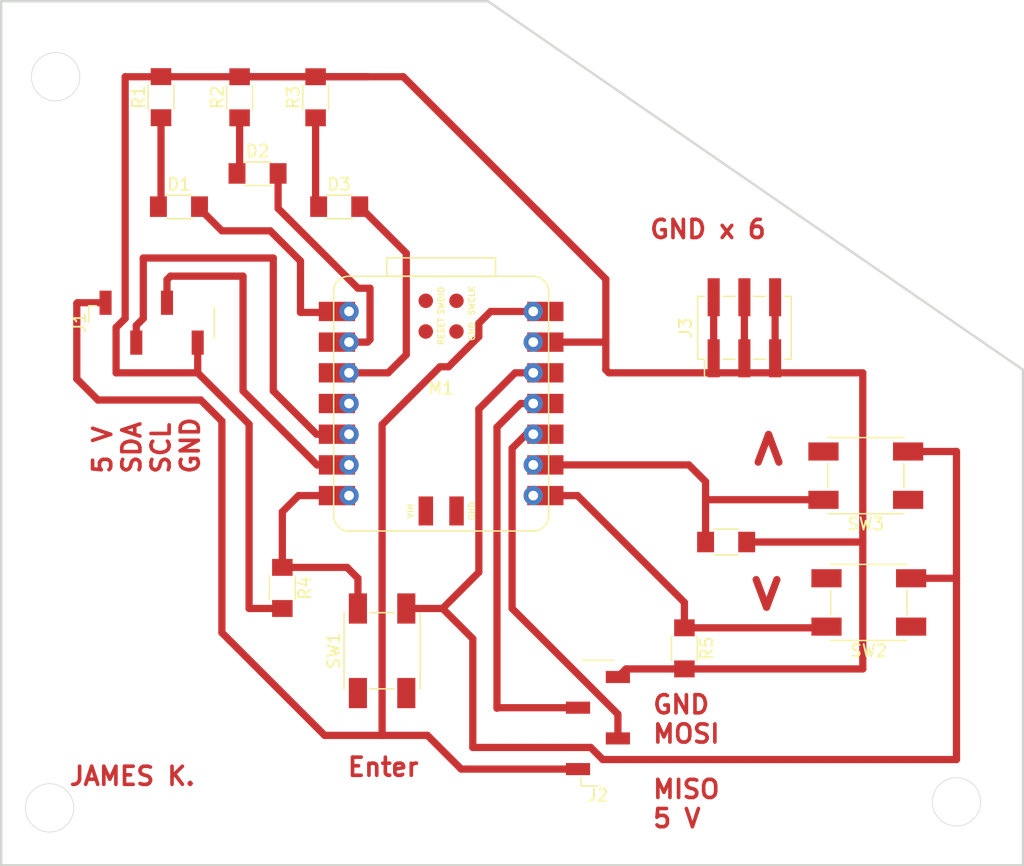
<source format=kicad_pcb>
(kicad_pcb (version 20240108) (generator "pcbnew") (generator_version "8.0")
  (layers (0 "F.Cu" signal) (31 "B.Cu" signal) (34 "B.Paste" user) (35 "F.Paste" user) (36 "B.SilkS" user "B.Silkscreen") (37 "F.SilkS" user "F.Silkscreen") (38 "B.Mask" user) (39 "F.Mask" user) (44 "Edge.Cuts" user))
  (net 0 "")
  (net 1 "Net-(D1-K)")
  (net 2 "LED1")
  (net 3 "Net-(D2-K)")
  (net 4 "LED2")
  (net 5 "Net-(D3-K)")
  (net 6 "LED3")
  (net 7 "SCL")
  (net 8 "PWR_5V")
  (net 9 "SDA")
  (net 10 "PWR_GND")
  (net 11 "MOSI")
  (net 12 "MISO")
  (net 13 "PWR_3V3")
  (net 15 "button3")
  (net 19 "button1")
  (net 21 "button2")
  (footprint "fab:LED_1206" (layer "F.Cu") (at 92.2 98)
    (property "Reference" "D2" (at 0 -1.85 0) (layer "F.SilkS"))
    (property "Value" "LED_1206")
    (fp_line (start -1.1 -0.95) (end 1.1 -0.95) (stroke (width 0.12)) (layer "F.SilkS"))
    (fp_line (start -1.1 1) (end 1.1 1) (stroke (width 0.12)) (layer "F.SilkS"))
    (pad "1" smd rect (at -1.7 0) (size 1.4 1.7) (layers "F.Cu" "F.Paste" "F.Mask") (net 3 "Net-(D2-K)"))
    (pad "2" smd rect (at 1.7 0) (size 1.4 1.7) (layers "F.Cu" "F.Paste" "F.Mask") (net 4 "LED2"))
  )
  (footprint "fab:PinSocket_1x04_P2.54mm_Vertical_SMD" (layer "F.Cu") (at 83.44 110.35 90)
    (property "Reference" "J1" (at 0 -5.969 90) (layer "F.SilkS"))
    (property "Value" "Conn_PinSocket_1x04_P2.54mm_Vertical_SMD")
    (fp_line (start 1.397 -5.207) (end 0 -5.207) (stroke (width 0.12)) (layer "F.SilkS"))
    (fp_line (start 1.397 -4.572) (end 1.397 -5.207) (stroke (width 0.12)) (layer "F.SilkS"))
    (fp_line (start -1.27 5.19) (end 1.27 5.19) (stroke (width 0.12)) (layer "F.SilkS"))
    (pad "1" smd rect (at 1.65 -3.81 90) (size 2 1) (layers "F.Cu" "F.Paste" "F.Mask") (net 8 "PWR_5V"))
    (pad "2" smd rect (at -1.65 -1.27 90) (size 2 1) (layers "F.Cu" "F.Paste" "F.Mask") (net 9 "SDA"))
    (pad "3" smd rect (at 1.65 1.27 90) (size 2 1) (layers "F.Cu" "F.Paste" "F.Mask") (net 7 "SCL"))
    (pad "4" smd rect (at -1.65 3.81 90) (size 2 1) (layers "F.Cu" "F.Paste" "F.Mask") (net 10 "PWR_GND"))
  )
  (footprint "fab:R_1206" (layer "F.Cu") (at 94.25 132.3 -90)
    (property "Reference" "R4" (at 0 -1.85 90) (layer "F.SilkS"))
    (property "Value" "R_1206-470")
    (fp_line (start 1 1.07) (end -1 1.07) (stroke (width 0.12)) (layer "F.SilkS"))
    (fp_line (start -1 -1.07) (end 1 -1.07) (stroke (width 0.12)) (layer "F.SilkS"))
    (pad "1" smd rect (at -1.7 0 270) (size 1.4 1.7) (layers "F.Cu" "F.Paste" "F.Mask") (net 19 "button1"))
    (pad "2" smd rect (at 1.7 0 270) (size 1.4 1.7) (layers "F.Cu" "F.Paste" "F.Mask") (net 10 "PWR_GND"))
  )
  (footprint "fab:R_1206" (layer "F.Cu") (at 84.215 91.69 90)
    (property "Reference" "R1" (at 0 -1.85 90) (layer "F.SilkS"))
    (property "Value" "R_1206-1K")
    (fp_line (start -1 -1.07) (end 1 -1.07) (stroke (width 0.12)) (layer "F.SilkS"))
    (fp_line (start 1 1.07) (end -1 1.07) (stroke (width 0.12)) (layer "F.SilkS"))
    (pad "1" smd rect (at -1.7 0 90) (size 1.4 1.7) (layers "F.Cu" "F.Paste" "F.Mask") (net 1 "Net-(D1-K)"))
    (pad "2" smd rect (at 1.7 0 90) (size 1.4 1.7) (layers "F.Cu" "F.Paste" "F.Mask") (net 10 "PWR_GND"))
  )
  (footprint "fab:R_1206" (layer "F.Cu") (at 130.95 128.5)
    (property "Reference" "R6" (hide yes))
    (property "Value" "R_1206-470")
    (fp_line (start -1 -1.07) (end 1 -1.07) (stroke (width 0.12)) (layer "F.SilkS"))
    (fp_line (start 1 1.07) (end -1 1.07) (stroke (width 0.12)) (layer "F.SilkS"))
    (pad "1" smd rect (at -1.7 0) (size 1.4 1.7) (layers "F.Cu" "F.Paste" "F.Mask") (net 15 "button3"))
    (pad "2" smd rect (at 1.7 0) (size 1.4 1.7) (layers "F.Cu" "F.Paste" "F.Mask") (net 10 "PWR_GND"))
  )
  (footprint "fab:LED_1206" (layer "F.Cu") (at 85.7 100.75)
    (property "Reference" "D1" (at 0 -1.85 0) (layer "F.SilkS"))
    (property "Value" "LED_1206")
    (fp_line (start -1.1 -0.95) (end 1.1 -0.95) (stroke (width 0.12)) (layer "F.SilkS"))
    (fp_line (start -1.1 1) (end 1.1 1) (stroke (width 0.12)) (layer "F.SilkS"))
    (pad "1" smd rect (at -1.7 0) (size 1.4 1.7) (layers "F.Cu" "F.Paste" "F.Mask") (net 1 "Net-(D1-K)"))
    (pad "2" smd rect (at 1.7 0) (size 1.4 1.7) (layers "F.Cu" "F.Paste" "F.Mask") (net 2 "LED1"))
  )
  (footprint "fab:PinSocket_1x04_P2.54mm_Vertical_SMD" (layer "F.Cu") (at 120.35 143.48 180)
    (property "Reference" "J2" (at 0 -5.969 0) (layer "F.SilkS"))
    (property "Value" "Conn_PinSocket_1x04_P2.54mm_Vertical_SMD")
    (fp_line (start 1.397 -4.572) (end 1.397 -5.207) (stroke (width 0.12)) (layer "F.SilkS"))
    (fp_line (start 1.397 -5.207) (end 0 -5.207) (stroke (width 0.12)) (layer "F.SilkS"))
    (fp_line (start -1.27 5.19) (end 1.27 5.19) (stroke (width 0.12)) (layer "F.SilkS"))
    (pad "1" smd rect (at 1.65 -3.81 180) (size 2 1) (layers "F.Cu" "F.Paste" "F.Mask") (net 8 "PWR_5V"))
    (pad "2" smd rect (at -1.65 -1.27 180) (size 2 1) (layers "F.Cu" "F.Paste" "F.Mask") (net 12 "MISO"))
    (pad "3" smd rect (at 1.65 1.27 180) (size 2 1) (layers "F.Cu" "F.Paste" "F.Mask") (net 11 "MOSI"))
    (pad "4" smd rect (at -1.65 3.81 180) (size 2 1) (layers "F.Cu" "F.Paste" "F.Mask") (net 10 "PWR_GND"))
  )
  (footprint "fab:R_1206" (layer "F.Cu") (at 127.5 137.3 -90)
    (property "Reference" "R5" (at 0 -1.85 90) (layer "F.SilkS"))
    (property "Value" "R_1206-470")
    (fp_line (start 1 1.07) (end -1 1.07) (stroke (width 0.12)) (layer "F.SilkS"))
    (fp_line (start -1 -1.07) (end 1 -1.07) (stroke (width 0.12)) (layer "F.SilkS"))
    (pad "1" smd rect (at -1.7 0 270) (size 1.4 1.7) (layers "F.Cu" "F.Paste" "F.Mask") (net 21 "button2"))
    (pad "2" smd rect (at 1.7 0 270) (size 1.4 1.7) (layers "F.Cu" "F.Paste" "F.Mask") (net 10 "PWR_GND"))
  )
  (footprint "fab:Button_Omron_B3SN_6.0x6.0mm" (layer "F.Cu") (at 102.5 137.5 90)
    (property "Reference" "SW1" (at 0 -4 90) (layer "F.SilkS"))
    (property "Value" "Switch_Tactile_Omron")
    (fp_line (start -3.15 -3.15) (end 3.15 -3.15) (stroke (width 0.12)) (layer "F.SilkS"))
    (fp_line (start 3.15 -1) (end 3.15 1) (stroke (width 0.12)) (layer "F.SilkS"))
    (fp_line (start -3.15 1) (end -3.15 -1) (stroke (width 0.12)) (layer "F.SilkS"))
    (fp_line (start 3.15 3.15) (end -3.15 3.15) (stroke (width 0.12)) (layer "F.SilkS"))
    (pad "1" smd rect (at -3.5 -2 90) (size 2.5 1.5) (layers "F.Cu" "F.Paste" "F.Mask") (net 19 "button1"))
    (pad "1" smd rect (at 3.5 -2 90) (size 2.5 1.5) (layers "F.Cu" "F.Paste" "F.Mask") (net 19 "button1"))
    (pad "2" smd rect (at -3.5 2 90) (size 2.5 1.5) (layers "F.Cu" "F.Paste" "F.Mask") (net 13 "PWR_3V3"))
    (pad "2" smd rect (at 3.5 2 90) (size 2.5 1.5) (layers "F.Cu" "F.Paste" "F.Mask") (net 13 "PWR_3V3"))
  )
  (footprint "fab:PinHeader_2x03_P2.54mm_Vertical_SMD" (layer "F.Cu") (at 132.46 110.775 90)
    (property "Reference" "J3" (at 0 -4.87 90) (layer "F.SilkS"))
    (property "Value" "Conn_PinHeader_2x03_P2.54mm_Vertical_SMD")
    (fp_line (start 2.6 -3.87) (end 2.6 -3.3) (stroke (width 0.12)) (layer "F.SilkS"))
    (fp_line (start -2.6 -3.87) (end 2.6 -3.87) (stroke (width 0.12)) (layer "F.SilkS"))
    (fp_line (start -2.6 -3.87) (end -2.6 -3.3) (stroke (width 0.12)) (layer "F.SilkS"))
    (fp_line (start -4.04 -3.3) (end -2.6 -3.3) (stroke (width 0.12)) (layer "F.SilkS"))
    (fp_line (start 2.6 -1.78) (end 2.6 -0.76) (stroke (width 0.12)) (layer "F.SilkS"))
    (fp_line (start -2.6 -1.78) (end -2.6 -0.76) (stroke (width 0.12)) (layer "F.SilkS"))
    (fp_line (start 2.6 0.76) (end 2.6 1.78) (stroke (width 0.12)) (layer "F.SilkS"))
    (fp_line (start -2.6 0.76) (end -2.6 1.78) (stroke (width 0.12)) (layer "F.SilkS"))
    (fp_line (start 2.6 3.3) (end 2.6 3.87) (stroke (width 0.12)) (layer "F.SilkS"))
    (fp_line (start -2.6 3.3) (end -2.6 3.87) (stroke (width 0.12)) (layer "F.SilkS"))
    (fp_line (start -2.6 3.87) (end 2.6 3.87) (stroke (width 0.12)) (layer "F.SilkS"))
    (pad "1" smd rect (at -2.525 -2.54 90) (size 3.15 1) (layers "F.Cu" "F.Paste" "F.Mask") (net 10 "PWR_GND"))
    (pad "2" smd rect (at 2.525 -2.54 90) (size 3.15 1) (layers "F.Cu" "F.Paste" "F.Mask") (net 10 "PWR_GND"))
    (pad "3" smd rect (at -2.525 0 90) (size 3.15 1) (layers "F.Cu" "F.Paste" "F.Mask") (net 10 "PWR_GND"))
    (pad "4" smd rect (at 2.525 0 90) (size 3.15 1) (layers "F.Cu" "F.Paste" "F.Mask") (net 10 "PWR_GND"))
    (pad "5" smd rect (at -2.525 2.54 90) (size 3.15 1) (layers "F.Cu" "F.Paste" "F.Mask") (net 10 "PWR_GND"))
    (pad "6" smd rect (at 2.525 2.54 90) (size 3.15 1) (layers "F.Cu" "F.Paste" "F.Mask") (net 10 "PWR_GND"))
  )
  (footprint "fab:SeeedStudio_XIAO_RP2040" (layer "F.Cu") (at 107.38 117.04)
    (property "Reference" "M1" (at 0 -1.27 0) (layer "F.SilkS"))
    (property "Value" "Module_XIAO-RP2040")
    (fp_line (start -8.8875 9.281) (end -8.8875 -9.261) (stroke (width 0.12)) (layer "F.SilkS"))
    (fp_line (start -7.6175 -10.531) (end 7.6225 -10.531) (stroke (width 0.12)) (layer "F.SilkS"))
    (fp_line (start 7.6225 10.551) (end -7.6175 10.551) (stroke (width 0.12)) (layer "F.SilkS"))
    (fp_line (start 8.8925 -9.261) (end 8.8925 9.281) (stroke (width 0.12)) (layer "F.SilkS"))
    (fp_rect (start -4.4975 -10.531) (end 4.5025 -12.055) (stroke (width 0.12)) (fill none) (layer "F.SilkS"))
    (fp_arc (start -8.8875 -9.261) (mid -8.515526 -10.159026) (end -7.6175 -10.531) (stroke (width 0.12)) (layer "F.SilkS"))
    (fp_arc (start -7.6175 10.551) (mid -8.515526 10.179026) (end -8.8875 9.281) (stroke (width 0.12)) (layer "F.SilkS"))
    (fp_arc (start 7.6225 -10.531) (mid 8.520526 -10.159026) (end 8.8925 -9.261) (stroke (width 0.12)) (layer "F.SilkS"))
    (fp_arc (start 8.8925 9.281) (mid 8.520526 10.179026) (end 7.6225 10.551) (stroke (width 0.12)) (layer "F.SilkS"))
    (fp_text user "VIN" (at -2.535 8.89 90) (layer "F.SilkS") (effects (font (size 0.5 0.5) (thickness 0.1) (bold yes))))
    (fp_text user "GND" (at 2.54 -5.96 90) (layer "F.SilkS") (effects (font (size 0.5 0.5) (thickness 0.1) (bold yes))))
    (fp_text user "SWCLK" (at 2.54 -8.5 90) (layer "F.SilkS") (effects (font (size 0.5 0.5) (thickness 0.1) (bold yes))))
    (fp_text user "SWDIO" (at 0 -8.5 90) (layer "F.SilkS") (effects (font (size 0.5 0.5) (thickness 0.1) (bold yes))))
    (fp_text user "GND" (at 2.545 8.89 90) (layer "F.SilkS") (effects (font (size 0.5 0.5) (thickness 0.1) (bold yes))))
    (fp_text user "RESET" (at 0 -5.96 90) (layer "F.SilkS") (effects (font (size 0.5 0.5) (thickness 0.1) (bold yes))))
    (pad "1" thru_hole circle (at -7.615 -7.62) (size 1.6 1.6) (drill 0.8) (layers "*.Cu" "*.Mask") (net 2 "LED1"))
    (pad "1" smd rect (at -7.615 -7.62) (size 3 1.6) (drill (offset -1 0)) (layers "F.Cu" "F.Paste" "F.Mask") (net 2 "LED1"))
    (pad "2" thru_hole circle (at -7.615 -5.08) (size 1.6 1.6) (drill 0.8) (layers "*.Cu" "*.Mask") (net 4 "LED2"))
    (pad "2" smd rect (at -7.615 -5.08) (size 3 1.6) (drill (offset -1 0)) (layers "F.Cu" "F.Paste" "F.Mask") (net 4 "LED2"))
    (pad "3" thru_hole circle (at -7.615 -2.54) (size 1.6 1.6) (drill 0.8) (layers "*.Cu" "*.Mask") (net 6 "LED3"))
    (pad "3" smd rect (at -7.615 -2.54) (size 3 1.6) (drill (offset -1 0)) (layers "F.Cu" "F.Paste" "F.Mask") (net 6 "LED3"))
    (pad "4" thru_hole circle (at -7.615 0) (size 1.6 1.6) (drill 0.8) (layers "*.Cu" "*.Mask"))
    (pad "4" smd rect (at -7.615 0) (size 3 1.6) (drill (offset -1 0)) (layers "F.Cu" "F.Paste" "F.Mask"))
    (pad "5" thru_hole circle (at -7.615 2.54) (size 1.6 1.6) (drill 0.8) (layers "*.Cu" "*.Mask") (net 9 "SDA"))
    (pad "5" smd rect (at -7.615 2.54) (size 3 1.6) (drill (offset -1 0)) (layers "F.Cu" "F.Paste" "F.Mask") (net 9 "SDA"))
    (pad "6" thru_hole circle (at -7.615 5.08) (size 1.6 1.6) (drill 0.8) (layers "*.Cu" "*.Mask") (net 7 "SCL"))
    (pad "6" smd rect (at -7.615 5.08) (size 3 1.6) (drill (offset -1 0)) (layers "F.Cu" "F.Paste" "F.Mask") (net 7 "SCL"))
    (pad "7" thru_hole circle (at -7.615 7.62) (size 1.6 1.6) (drill 0.8) (layers "*.Cu" "*.Mask") (net 19 "button1"))
    (pad "7" smd rect (at -7.615 7.62) (size 3 1.6) (drill (offset -1 0)) (layers "F.Cu" "F.Paste" "F.Mask") (net 19 "button1"))
    (pad "8" thru_hole circle (at 7.62 7.62) (size 1.6 1.6) (drill 0.8) (layers "*.Cu" "*.Mask") (net 21 "button2"))
    (pad "8" smd rect (at 7.62 7.62) (size 3 1.6) (drill (offset 1 0)) (layers "F.Cu" "F.Paste" "F.Mask") (net 21 "button2"))
    (pad "9" thru_hole circle (at 7.62 5.08) (size 1.6 1.6) (drill 0.8) (layers "*.Cu" "*.Mask") (net 15 "button3"))
    (pad "9" smd rect (at 7.62 5.08) (size 3 1.6) (drill (offset 1 0)) (layers "F.Cu" "F.Paste" "F.Mask") (net 15 "button3"))
    (pad "10" thru_hole circle (at 7.62 2.54) (size 1.6 1.6) (drill 0.8) (layers "*.Cu" "*.Mask") (net 12 "MISO"))
    (pad "10" smd rect (at 7.62 2.54) (size 3 1.6) (drill (offset 1 0)) (layers "F.Cu" "F.Paste" "F.Mask") (net 12 "MISO"))
    (pad "11" thru_hole circle (at 7.62 0) (size 1.6 1.6) (drill 0.8) (layers "*.Cu" "*.Mask") (net 11 "MOSI"))
    (pad "11" smd rect (at 7.62 0) (size 3 1.6) (drill (offset 1 0)) (layers "F.Cu" "F.Paste" "F.Mask") (net 11 "MOSI"))
    (pad "12" thru_hole circle (at 7.62 -2.54) (size 1.6 1.6) (drill 0.8) (layers "*.Cu" "*.Mask") (net 13 "PWR_3V3"))
    (pad "12" smd rect (at 7.62 -2.54) (size 3 1.6) (drill (offset 1 0)) (layers "F.Cu" "F.Paste" "F.Mask") (net 13 "PWR_3V3"))
    (pad "13" thru_hole circle (at 7.62 -5.08) (size 1.6 1.6) (drill 0.8) (layers "*.Cu" "*.Mask") (net 10 "PWR_GND"))
    (pad "13" smd rect (at 7.62 -5.08) (size 3 1.6) (drill (offset 1 0)) (layers "F.Cu" "F.Paste" "F.Mask") (net 10 "PWR_GND"))
    (pad "14" thru_hole circle (at 7.62 -7.62) (size 1.6 1.6) (drill 0.8) (layers "*.Cu" "*.Mask") (net 8 "PWR_5V"))
    (pad "14" smd rect (at 7.62 -7.62) (size 3 1.6) (drill (offset 1 0)) (layers "F.Cu" "F.Paste" "F.Mask") (net 8 "PWR_5V"))
    (pad "15" smd rect (at 1.275 8.89 270) (size 2.4 1.2) (layers "F.Cu" "F.Paste" "F.Mask"))
    (pad "16" smd rect (at -1.265 8.89 270) (size 2.4 1.2) (layers "F.Cu" "F.Paste" "F.Mask"))
    (pad "17" smd circle (at -1.27 -8.5) (size 1.2 1.2) (layers "F.Cu" "F.Paste" "F.Mask"))
    (pad "18" smd circle (at -1.27 -5.96) (size 1.2 1.2) (layers "F.Cu" "F.Paste" "F.Mask"))
    (pad "19" smd circle (at 1.27 -5.96) (size 1.2 1.2) (layers "F.Cu" "F.Paste" "F.Mask"))
    (pad "20" smd circle (at 1.27 -8.5) (size 1.2 1.2) (layers "F.Cu" "F.Paste" "F.Mask"))
  )
  (footprint "fab:LED_1206" (layer "F.Cu") (at 98.95 100.75)
    (property "Reference" "D3" (at 0 -1.85 0) (layer "F.SilkS"))
    (property "Value" "LED_1206")
    (fp_line (start -1.1 -0.95) (end 1.1 -0.95) (stroke (width 0.12)) (layer "F.SilkS"))
    (fp_line (start -1.1 1) (end 1.1 1) (stroke (width 0.12)) (layer "F.SilkS"))
    (pad "1" smd rect (at -1.7 0) (size 1.4 1.7) (layers "F.Cu" "F.Paste" "F.Mask") (net 5 "Net-(D3-K)"))
    (pad "2" smd rect (at 1.7 0) (size 1.4 1.7) (layers "F.Cu" "F.Paste" "F.Mask") (net 6 "LED3"))
  )
  (footprint "fab:Button_Omron_B3SN_6.0x6.0mm" (layer "F.Cu") (at 142.5 123.01 180)
    (property "Reference" "SW3" (at 0 -4 0) (layer "F.SilkS"))
    (property "Value" "Switch_Tactile_Omron")
    (fp_line (start 3.15 3.15) (end -3.15 3.15) (stroke (width 0.12)) (layer "F.SilkS"))
    (fp_line (start 3.15 -1) (end 3.15 1) (stroke (width 0.12)) (layer "F.SilkS"))
    (fp_line (start -3.15 1) (end -3.15 -1) (stroke (width 0.12)) (layer "F.SilkS"))
    (fp_line (start -3.15 -3.15) (end 3.15 -3.15) (stroke (width 0.12)) (layer "F.SilkS"))
    (pad "1" smd rect (at -3.5 -2 180) (size 2.5 1.5) (layers "F.Cu" "F.Paste" "F.Mask") (net 15 "button3"))
    (pad "1" smd rect (at 3.5 -2 180) (size 2.5 1.5) (layers "F.Cu" "F.Paste" "F.Mask") (net 15 "button3"))
    (pad "2" smd rect (at -3.5 2 180) (size 2.5 1.5) (layers "F.Cu" "F.Paste" "F.Mask") (net 13 "PWR_3V3"))
    (pad "2" smd rect (at 3.5 2 180) (size 2.5 1.5) (layers "F.Cu" "F.Paste" "F.Mask") (net 13 "PWR_3V3"))
  )
  (footprint "fab:R_1206" (layer "F.Cu") (at 97 91.7 90)
    (property "Reference" "R3" (at 0 -1.85 90) (layer "F.SilkS"))
    (property "Value" "R_1206-1K")
    (fp_line (start -1 -1.07) (end 1 -1.07) (stroke (width 0.12)) (layer "F.SilkS"))
    (fp_line (start 1 1.07) (end -1 1.07) (stroke (width 0.12)) (layer "F.SilkS"))
    (pad "1" smd rect (at -1.7 0 90) (size 1.4 1.7) (layers "F.Cu" "F.Paste" "F.Mask") (net 5 "Net-(D3-K)"))
    (pad "2" smd rect (at 1.7 0 90) (size 1.4 1.7) (layers "F.Cu" "F.Paste" "F.Mask") (net 10 "PWR_GND"))
  )
  (footprint "fab:Button_Omron_B3SN_6.0x6.0mm" (layer "F.Cu") (at 142.75 133.5 180)
    (property "Reference" "SW2" (at 0 -4 0) (layer "F.SilkS"))
    (property "Value" "Switch_Tactile_Omron")
    (fp_line (start 3.15 3.15) (end -3.15 3.15) (stroke (width 0.12)) (layer "F.SilkS"))
    (fp_line (start 3.15 -1) (end 3.15 1) (stroke (width 0.12)) (layer "F.SilkS"))
    (fp_line (start -3.15 1) (end -3.15 -1) (stroke (width 0.12)) (layer "F.SilkS"))
    (fp_line (start -3.15 -3.15) (end 3.15 -3.15) (stroke (width 0.12)) (layer "F.SilkS"))
    (pad "1" smd rect (at -3.5 -2 180) (size 2.5 1.5) (layers "F.Cu" "F.Paste" "F.Mask") (net 21 "button2"))
    (pad "1" smd rect (at 3.5 -2 180) (size 2.5 1.5) (layers "F.Cu" "F.Paste" "F.Mask") (net 21 "button2"))
    (pad "2" smd rect (at -3.5 2 180) (size 2.5 1.5) (layers "F.Cu" "F.Paste" "F.Mask") (net 13 "PWR_3V3"))
    (pad "2" smd rect (at 3.5 2 180) (size 2.5 1.5) (layers "F.Cu" "F.Paste" "F.Mask") (net 13 "PWR_3V3"))
  )
  (footprint "fab:R_1206" (layer "F.Cu") (at 90.715 91.7 90)
    (property "Reference" "R2" (at 0 -1.85 90) (layer "F.SilkS"))
    (property "Value" "R_1206-1K")
    (fp_line (start -1 -1.07) (end 1 -1.07) (stroke (width 0.12)) (layer "F.SilkS"))
    (fp_line (start 1 1.07) (end -1 1.07) (stroke (width 0.12)) (layer "F.SilkS"))
    (pad "1" smd rect (at -1.7 0 90) (size 1.4 1.7) (layers "F.Cu" "F.Paste" "F.Mask") (net 3 "Net-(D2-K)"))
    (pad "2" smd rect (at 1.7 0 90) (size 1.4 1.7) (layers "F.Cu" "F.Paste" "F.Mask") (net 10 "PWR_GND"))
  )
  (gr_circle (center 75.5 90) (end 77.5 90) (stroke (width 0.05)) (fill none) (layer "Edge.Cuts"))
  (gr_poly (pts (xy 71 83.75) (xy 71 155.25) (xy 155.5 155.25) (xy 155.5 114.25) (xy 111.25 83.75)) (stroke (width 0.2)) (fill none) (layer "Edge.Cuts"))
  (gr_circle (center 75 150.5) (end 77 150.5) (stroke (width 0.05)) (fill none) (layer "Edge.Cuts"))
  (gr_circle (center 150 150) (end 150 152) (stroke (width 0.05)) (fill none) (layer "Edge.Cuts"))
  (gr_text "GND x 6" (at 124.5 103.5 0) (layer "F.Cu") (effects (font (size 1.5 1.5) (thickness 0.3) (bold yes)) (justify left bottom)))
  (gr_text "MISO\n5 V" (at 124.75 152.25 0) (layer "F.Cu") (effects (font (size 1.5 1.5) (thickness 0.3) (bold yes)) (justify left bottom)))
  (gr_text ">" (at 132.75 130.5 -90) (layer "F.Cu") (effects (font (size 3 3) (thickness 0.6) (bold yes)) (justify left bottom)))
  (gr_text "GND\nMOSI" (at 124.75 145.25 0) (layer "F.Cu") (effects (font (size 1.5 1.5) (thickness 0.3) (bold yes)) (justify left bottom)))
  (gr_text "Enter" (at 99.5 148 0) (layer "F.Cu") (effects (font (size 1.5 1.5) (thickness 0.3) (bold yes)) (justify left bottom)))
  (gr_text ">" (at 136 123 90) (layer "F.Cu") (effects (font (size 3 3) (thickness 0.6) (bold yes)) (justify left bottom)))
  (gr_text "JAMES K." (at 76.5 148.75 0) (layer "F.Cu") (effects (font (size 1.5 1.5) (thickness 0.3) (bold yes)) (justify left bottom)))
  (gr_text "5 V\nSDA\nSCL\nGND" (at 87.5 123 90) (layer "F.Cu") (effects (font (size 1.5 1.5) (thickness 0.3) (bold yes)) (justify left bottom)))
  (segment (start 84.215 100.535) (end 84 100.75) (width 0.6) (layer "F.Cu") (net 1))
  (segment (start 84.215 93.39) (end 84.215 100.535) (width 0.6) (layer "F.Cu") (net 1))
  (segment (start 95.75 105.25) (end 93.25 102.75) (width 0.6) (layer "F.Cu") (net 2))
  (segment (start 99.685 109.5) (end 95.75 109.5) (width 0.6) (layer "F.Cu") (net 2))
  (segment (start 89.25 102.75) (end 87.4 100.9) (width 0.6) (layer "F.Cu") (net 2))
  (segment (start 93.25 102.75) (end 89.25 102.75) (width 0.6) (layer "F.Cu") (net 2))
  (segment (start 95.75 109.5) (end 95.75 105.25) (width 0.6) (layer "F.Cu") (net 2))
  (segment (start 99.765 109.42) (end 99.685 109.5) (width 0.6) (layer "F.Cu") (net 2))
  (segment (start 90.715 97.785) (end 90.5 98) (width 0.6) (layer "F.Cu") (net 3))
  (segment (start 90.715 93.4) (end 90.715 97.785) (width 0.6) (layer "F.Cu") (net 3))
  (segment (start 93.9 98) (end 93.9 100.9) (width 0.6) (layer "F.Cu") (net 4))
  (segment (start 101.5 107.5) (end 101.5 111.75) (width 0.6) (layer "F.Cu") (net 4))
  (segment (start 101.29 111.96) (end 99.765 111.96) (width 0.6) (layer "F.Cu") (net 4))
  (segment (start 101.5 111.75) (end 101.29 111.96) (width 0.6) (layer "F.Cu") (net 4))
  (segment (start 93.9 100.9) (end 100.5 107.5) (width 0.6) (layer "F.Cu") (net 4))
  (segment (start 100.5 107.5) (end 101.5 107.5) (width 0.6) (layer "F.Cu") (net 4))
  (segment (start 97.565 100.435) (end 97.25 100.75) (width 0.6) (layer "F.Cu") (net 5))
  (segment (start 97 100.5) (end 97.25 100.75) (width 0.6) (layer "F.Cu") (net 5))
  (segment (start 97 93.4) (end 97 100.5) (width 0.6) (layer "F.Cu") (net 5))
  (segment (start 104.5 104.6) (end 104.5 113) (width 0.6) (layer "F.Cu") (net 6))
  (segment (start 103 114.5) (end 99.765 114.5) (width 0.6) (layer "F.Cu") (net 6))
  (segment (start 100.65 100.75) (end 104.5 104.6) (width 0.6) (layer "F.Cu") (net 6))
  (segment (start 104.5 113) (end 103 114.5) (width 0.6) (layer "F.Cu") (net 6))
  (segment (start 91 116) (end 97.12 122.12) (width 0.6) (layer "F.Cu") (net 7))
  (segment (start 97.12 122.12) (end 99.765 122.12) (width 0.6) (layer "F.Cu") (net 7))
  (segment (start 91 106.5) (end 91 116) (width 0.6) (layer "F.Cu") (net 7))
  (segment (start 84.71 108.7) (end 84.71 106.79) (width 0.6) (layer "F.Cu") (net 7))
  (segment (start 85 106.5) (end 91 106.5) (width 0.6) (layer "F.Cu") (net 7))
  (segment (start 84.71 106.79) (end 85 106.5) (width 0.6) (layer "F.Cu") (net 7))
  (segment (start 77.25 108.75) (end 77.25 115) (width 0.6) (layer "F.Cu") (net 8))
  (segment (start 102.5 144.5) (end 106.25 144.5) (width 0.6) (layer "F.Cu") (net 8))
  (segment (start 77.25 115) (end 79 116.75) (width 0.6) (layer "F.Cu") (net 8))
  (segment (start 97.75 144.5) (end 102.5 144.5) (width 0.6) (layer "F.Cu") (net 8))
  (segment (start 111.477868 109.42) (end 110.5 110.397868) (width 0.6) (layer "F.Cu") (net 8))
  (segment (start 89.25 136) (end 97.75 144.5) (width 0.6) (layer "F.Cu") (net 8))
  (segment (start 108 114) (end 107.285635 114) (width 0.6) (layer "F.Cu") (net 8))
  (segment (start 77.3 108.7) (end 77.25 108.75) (width 0.6) (layer "F.Cu") (net 8))
  (segment (start 106.25 144.5) (end 109.04 147.29) (width 0.6) (layer "F.Cu") (net 8))
  (segment (start 109.04 147.29) (end 118.7 147.29) (width 0.6) (layer "F.Cu") (net 8))
  (segment (start 79.63 108.7) (end 77.3 108.7) (width 0.6) (layer "F.Cu") (net 8))
  (segment (start 110.5 111.5) (end 108 114) (width 0.6) (layer "F.Cu") (net 8))
  (segment (start 89.25 118.5) (end 89.25 136) (width 0.6) (layer "F.Cu") (net 8))
  (segment (start 115 109.42) (end 111.477868 109.42) (width 0.6) (layer "F.Cu") (net 8))
  (segment (start 110.5 110.397868) (end 110.5 111.5) (width 0.6) (layer "F.Cu") (net 8))
  (segment (start 79 116.75) (end 87.5 116.75) (width 0.6) (layer "F.Cu") (net 8))
  (segment (start 107.285635 114) (end 102.5 118.785635) (width 0.6) (layer "F.Cu") (net 8))
  (segment (start 87.5 116.75) (end 89.25 118.5) (width 0.6) (layer "F.Cu") (net 8))
  (segment (start 102.5 118.785635) (end 102.5 144.5) (width 0.6) (layer "F.Cu") (net 8))
  (segment (start 82.17 110.58) (end 82.75 110) (width 0.6) (layer "F.Cu") (net 9))
  (segment (start 93.5 105) (end 93.5 116) (width 0.6) (layer "F.Cu") (net 9))
  (segment (start 82.75 105) (end 93.5 105) (width 0.6) (layer "F.Cu") (net 9))
  (segment (start 82.75 110) (end 82.75 105) (width 0.6) (layer "F.Cu") (net 9))
  (segment (start 93.5 116) (end 97.08 119.58) (width 0.6) (layer "F.Cu") (net 9))
  (segment (start 82.17 112) (end 82.17 110.58) (width 0.6) (layer "F.Cu") (net 9))
  (segment (start 97.08 119.58) (end 99.765 119.58) (width 0.6) (layer "F.Cu") (net 9))
  (segment (start 132.9 128.75) (end 132.65 128.5) (width 0.6) (layer "F.Cu") (net 10))
  (segment (start 80.5 114.5) (end 80.5 110.75) (width 0.6) (layer "F.Cu") (net 10))
  (segment (start 132.5 114.5) (end 130 114.5) (width 0.6) (layer "F.Cu") (net 10))
  (segment (start 121 114.25) (end 121 112) (width 0.6) (layer "F.Cu") (net 10))
  (segment (start 122.67 139) (end 142.25 139) (width 0.6) (layer "F.Cu") (net 10))
  (segment (start 132.65 128.5) (end 142.25 128.5) (width 0.6) (layer "F.Cu") (net 10))
  (segment (start 80.5 110.75) (end 81.25 110) (width 0.6) (layer "F.Cu") (net 10))
  (segment (start 142.25 139) (end 142.25 128.5) (width 0.6) (layer "F.Cu") (net 10))
  (segment (start 142.25 128.5) (end 142.25 114.5) (width 0.6) (layer "F.Cu") (net 10))
  (segment (start 94.25 134) (end 91.5 134) (width 0.6) (layer "F.Cu") (net 10))
  (segment (start 81.25 110) (end 81.25 90) (width 0.6) (layer "F.Cu") (net 10))
  (segment (start 129.92 113.3) (end 129.92 114.42) (width 0.6) (layer "F.Cu") (net 10))
  (segment (start 87.25 114.5) (end 87.25 112) (width 0.6) (layer "F.Cu") (net 10))
  (segment (start 87.25 114.5) (end 80.5 114.5) (width 0.6) (layer "F.Cu") (net 10))
  (segment (start 91.5 134) (end 91.5 118.75) (width 0.6) (layer "F.Cu") (net 10))
  (segment (start 120.96 111.96) (end 121 112) (width 0.6) (layer "F.Cu") (net 10))
  (segment (start 135 113.75) (end 135 113.3) (width 0.6) (layer "F.Cu") (net 10))
  (segment (start 122 139.67) (end 122.67 139) (width 0.6) (layer "F.Cu") (net 10))
  (segment (start 142.25 114.5) (end 132.5 114.5) (width 0.6) (layer "F.Cu") (net 10))
  (segment (start 121 106.75) (end 115.25 101) (width 0.6) (layer "F.Cu") (net 10))
  (segment (start 91.5 118.75) (end 87.25 114.5) (width 0.6) (layer "F.Cu") (net 10))
  (segment (start 104.25 90) (end 90.715 90) (width 0.6) (layer "F.Cu") (net 10))
  (segment (start 132.46 114.46) (end 132.5 114.5) (width 0.6) (layer "F.Cu") (net 10))
  (segment (start 121 112) (end 121 106.75) (width 0.6) (layer "F.Cu") (net 10))
  (segment (start 135 108.25) (end 135 113.3) (width 0.6) (layer "F.Cu") (net 10))
  (segment (start 132.46 113.3) (end 132.46 114.46) (width 0.6) (layer "F.Cu") (net 10))
  (segment (start 116.125 101.875) (end 104.25 90) (width 0.6) (layer "F.Cu") (net 10))
  (segment (start 81.25 90) (end 101.315 90) (width 0.6) (layer "F.Cu") (net 10))
  (segment (start 115 111.96) (end 120.96 111.96) (width 0.6) (layer "F.Cu") (net 10))
  (segment (start 121.25 114.5) (end 121 114.25) (width 0.6) (layer "F.Cu") (net 10))
  (segment (start 129.92 114.42) (end 130 114.5) (width 0.6) (layer "F.Cu") (net 10))
  (segment (start 130 114.5) (end 121.25 114.5) (width 0.6) (layer "F.Cu") (net 10))
  (segment (start 132.46 108.25) (end 132.46 113.3) (width 0.6) (layer "F.Cu") (net 10))
  (segment (start 129.92 108.25) (end 129.92 113.3) (width 0.6) (layer "F.Cu") (net 10))
  (segment (start 112 119) (end 113.96 117.04) (width 0.6) (layer "F.Cu") (net 11))
  (segment (start 112 142.25) (end 112 119) (width 0.6) (layer "F.Cu") (net 11))
  (segment (start 113.96 117.04) (end 115 117.04) (width 0.6) (layer "F.Cu") (net 11))
  (segment (start 118.7 142.21) (end 112.04 142.21) (width 0.6) (layer "F.Cu") (net 11))
  (segment (start 112.04 142.21) (end 112 142.25) (width 0.6) (layer "F.Cu") (net 11))
  (segment (start 113.25 120.75) (end 114.42 119.58) (width 0.6) (layer "F.Cu") (net 12))
  (segment (start 122 144.75) (end 122 142.75) (width 0.6) (layer "F.Cu") (net 12))
  (segment (start 122 142.75) (end 113.25 134) (width 0.6) (layer "F.Cu") (net 12))
  (segment (start 114.42 119.58) (end 115 119.58) (width 0.6) (layer "F.Cu") (net 12))
  (segment (start 113.25 134) (end 113.25 120.75) (width 0.6) (layer "F.Cu") (net 12))
  (segment (start 150 121) (end 150 131.5) (width 0.6) (layer "F.Cu") (net 13))
  (segment (start 110.5 117.5) (end 110.5 131) (width 0.6) (layer "F.Cu") (net 13))
  (segment (start 110.5 131) (end 107.5 134) (width 0.6) (layer "F.Cu") (net 13))
  (segment (start 146 121.01) (end 149.99 121.01) (width 0.6) (layer "F.Cu") (net 13))
  (segment (start 115 114.5) (end 113.5 114.5) (width 0.6) (layer "F.Cu") (net 13))
  (segment (start 110 136.5) (end 107.5 134) (width 0.6) (layer "F.Cu") (net 13))
  (segment (start 146.25 131.5) (end 150 131.5) (width 0.6) (layer "F.Cu") (net 13))
  (segment (start 150 146.5) (end 120.75 146.5) (width 0.6) (layer "F.Cu") (net 13))
  (segment (start 110 145.5) (end 110 136.5) (width 0.6) (layer "F.Cu") (net 13))
  (segment (start 107.5 134) (end 104.5 134) (width 0.6) (layer "F.Cu") (net 13))
  (segment (start 150 131.5) (end 150 146.5) (width 0.6) (layer "F.Cu") (net 13))
  (segment (start 113.5 114.5) (end 110.5 117.5) (width 0.6) (layer "F.Cu") (net 13))
  (segment (start 120.75 146.5) (end 119.75 145.5) (width 0.6) (layer "F.Cu") (net 13))
  (segment (start 119.75 145.5) (end 110 145.5) (width 0.6) (layer "F.Cu") (net 13))
  (segment (start 149.99 121.01) (end 150 121) (width 0.6) (layer "F.Cu") (net 13))
  (segment (start 115 122.12) (end 127.87 122.12) (width 0.6) (layer "F.Cu") (net 15))
  (segment (start 129.25 125) (end 138.99 125) (width 0.6) (layer "F.Cu") (net 15))
  (segment (start 129.25 123.5) (end 129.25 128.5) (width 0.6) (layer "F.Cu") (net 15))
  (segment (start 127.87 122.12) (end 129.25 123.5) (width 0.6) (layer "F.Cu") (net 15))
  (segment (start 138.99 125) (end 139 125.01) (width 0.6) (layer "F.Cu") (net 15))
  (segment (start 99.765 124.66) (end 95.59 124.66) (width 0.6) (layer "F.Cu") (net 19))
  (segment (start 95.59 124.66) (end 94.25 126) (width 0.6) (layer "F.Cu") (net 19))
  (segment (start 94.25 126) (end 94.25 130.6) (width 0.6) (layer "F.Cu") (net 19))
  (segment (start 100.5 134) (end 100.5 131.5) (width 0.6) (layer "F.Cu") (net 19))
  (segment (start 100.5 131.5) (end 99.6 130.6) (width 0.6) (layer "F.Cu") (net 19))
  (segment (start 99.6 130.6) (end 94.25 130.6) (width 0.6) (layer "F.Cu") (net 19))
  (segment (start 127.5 135.6) (end 127.5 133.5) (width 0.6) (layer "F.Cu") (net 21))
  (segment (start 127.5 133.5) (end 118.66 124.66) (width 0.6) (layer "F.Cu") (net 21))
  (segment (start 138.99 135.51) (end 138.9 135.6) (width 0.6) (layer "F.Cu") (net 21))
  (segment (start 118.66 124.66) (end 115 124.66) (width 0.6) (layer "F.Cu") (net 21))
  (segment (start 138.9 135.6) (end 127.5 135.6) (width 0.6) (layer "F.Cu") (net 21))
)
</source>
